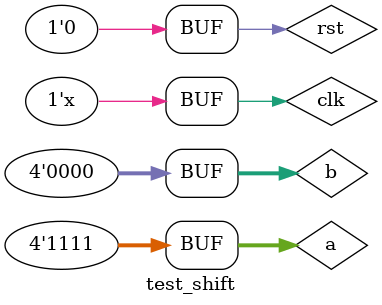
<source format=v>
`timescale 1ns / 1ps


module test_shift;

	// Inputs
	reg [3:0] a;
	reg [3:0] b;
	reg clk;
	reg rst;

	// Outputs
	wire [3:0] s;
	wire c;

	// Instantiate the Unit Under Test (UUT)
	shift uut (
		.s(s), 
		.a(a), 
		.b(b), 
		.clk(clk), 
		.rst(rst), 
		.c(c)
	);
always #5 clk = ~clk;
	initial begin
		// Initialize Inputs
		clk=0;
		rst = 1;
		a =0;
		b= 0;
		#6;
		rst =0;
		#57;
		repeat(16) begin
		repeat(15) begin
		rst = 1;
		if(b==15)
		begin
		a = a+1;
		end
		b = b+4'b0001;
		#6;
		rst = 0;
		#54;
		end
		end
        
		// Add stimulus here

	end
      
endmodule


</source>
